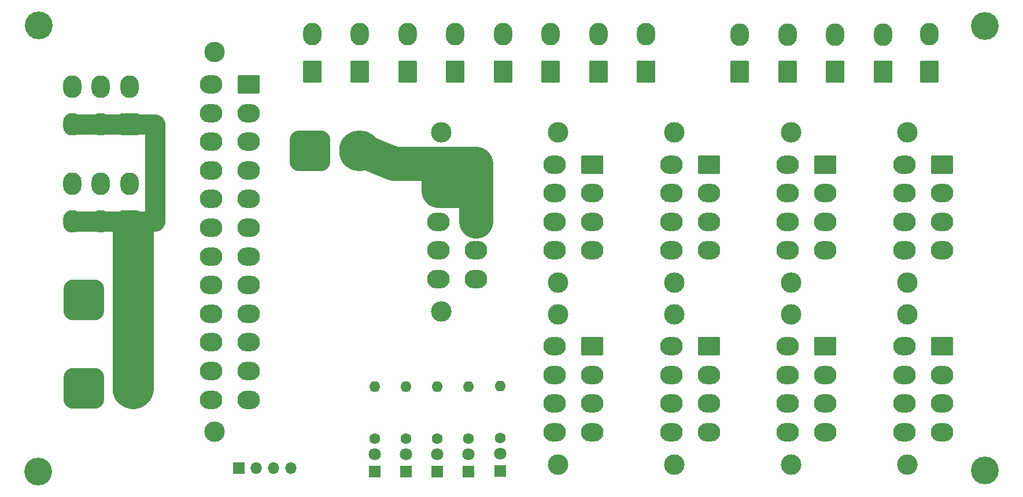
<source format=gbr>
%TF.GenerationSoftware,KiCad,Pcbnew,(6.0.9)*%
%TF.CreationDate,2023-01-09T20:02:48-09:00*%
%TF.ProjectId,ATX_PSU_Board,4154585f-5053-4555-9f42-6f6172642e6b,rev?*%
%TF.SameCoordinates,Original*%
%TF.FileFunction,Soldermask,Bot*%
%TF.FilePolarity,Negative*%
%FSLAX46Y46*%
G04 Gerber Fmt 4.6, Leading zero omitted, Abs format (unit mm)*
G04 Created by KiCad (PCBNEW (6.0.9)) date 2023-01-09 20:02:48*
%MOMM*%
%LPD*%
G01*
G04 APERTURE LIST*
G04 Aperture macros list*
%AMRoundRect*
0 Rectangle with rounded corners*
0 $1 Rounding radius*
0 $2 $3 $4 $5 $6 $7 $8 $9 X,Y pos of 4 corners*
0 Add a 4 corners polygon primitive as box body*
4,1,4,$2,$3,$4,$5,$6,$7,$8,$9,$2,$3,0*
0 Add four circle primitives for the rounded corners*
1,1,$1+$1,$2,$3*
1,1,$1+$1,$4,$5*
1,1,$1+$1,$6,$7*
1,1,$1+$1,$8,$9*
0 Add four rect primitives between the rounded corners*
20,1,$1+$1,$2,$3,$4,$5,0*
20,1,$1+$1,$4,$5,$6,$7,0*
20,1,$1+$1,$6,$7,$8,$9,0*
20,1,$1+$1,$8,$9,$2,$3,0*%
G04 Aperture macros list end*
%ADD10C,5.000000*%
%ADD11C,3.000000*%
%ADD12C,6.000000*%
%ADD13RoundRect,0.250001X1.099999X1.399999X-1.099999X1.399999X-1.099999X-1.399999X1.099999X-1.399999X0*%
%ADD14O,2.700000X3.300000*%
%ADD15C,3.000000*%
%ADD16RoundRect,0.250001X-1.399999X1.099999X-1.399999X-1.099999X1.399999X-1.099999X1.399999X1.099999X0*%
%ADD17O,3.300000X2.700000*%
%ADD18C,4.064000*%
%ADD19RoundRect,1.500000X-1.500000X-1.500000X1.500000X-1.500000X1.500000X1.500000X-1.500000X1.500000X0*%
%ADD20C,6.000000*%
%ADD21C,1.600000*%
%ADD22O,1.600000X1.600000*%
%ADD23R,1.800000X1.800000*%
%ADD24C,1.800000*%
%ADD25R,1.700000X1.700000*%
%ADD26O,1.700000X1.700000*%
G04 APERTURE END LIST*
D10*
X97000000Y-80500000D02*
X97000000Y-76500000D01*
D11*
X55500000Y-70750000D02*
X55500000Y-85000000D01*
D12*
X52250000Y-96500000D02*
X52250000Y-86500000D01*
D10*
X85500000Y-74500000D02*
X90500000Y-76500000D01*
D11*
X43500000Y-70750000D02*
X55500000Y-70750000D01*
D10*
X102500000Y-80500000D02*
X102500000Y-85000000D01*
X97000000Y-76500000D02*
X102500000Y-76500000D01*
D11*
X43500000Y-85000000D02*
X55500000Y-85000000D01*
D10*
X90500000Y-76500000D02*
X97000000Y-76500000D01*
D12*
X52250000Y-96500000D02*
X52250000Y-109500000D01*
D10*
X102500000Y-80500000D02*
X97000000Y-80500000D01*
X102500000Y-76500000D02*
X102500000Y-80500000D01*
D13*
%TO.C,J12*%
X78519800Y-63093600D03*
D14*
X78519800Y-57593600D03*
%TD*%
D15*
%TO.C,J2*%
X64208800Y-115822400D03*
X64208800Y-60222400D03*
D16*
X69248800Y-64922400D03*
D17*
X69248800Y-69122400D03*
X69248800Y-73322400D03*
X69248800Y-77522400D03*
X69248800Y-81722400D03*
X69248800Y-85922400D03*
X69248800Y-90122400D03*
X69248800Y-94322400D03*
X69248800Y-98522400D03*
X69248800Y-102722400D03*
X69248800Y-106922400D03*
X69248800Y-111122400D03*
X63748800Y-64922400D03*
X63748800Y-69122400D03*
X63748800Y-73322400D03*
X63748800Y-77522400D03*
X63748800Y-81722400D03*
X63748800Y-85922400D03*
X63748800Y-90122400D03*
X63748800Y-94322400D03*
X63748800Y-98522400D03*
X63748800Y-102722400D03*
X63748800Y-106922400D03*
X63748800Y-111122400D03*
%TD*%
D15*
%TO.C,J6*%
X148603700Y-71964600D03*
X148603700Y-93964600D03*
D16*
X153643700Y-76664600D03*
D17*
X153643700Y-80864600D03*
X153643700Y-85064600D03*
X153643700Y-89264600D03*
X148143700Y-76664600D03*
X148143700Y-80864600D03*
X148143700Y-85064600D03*
X148143700Y-89264600D03*
%TD*%
D18*
%TO.C,H2*%
X177000000Y-121500000D03*
%TD*%
%TO.C,H1*%
X38506400Y-56286400D03*
%TD*%
%TO.C,H3*%
X38404800Y-121615200D03*
%TD*%
D15*
%TO.C,J7*%
X165656400Y-93964600D03*
X165656400Y-71964600D03*
D16*
X170696400Y-76664600D03*
D17*
X170696400Y-80864600D03*
X170696400Y-85064600D03*
X170696400Y-89264600D03*
X165196400Y-76664600D03*
X165196400Y-80864600D03*
X165196400Y-85064600D03*
X165196400Y-89264600D03*
%TD*%
D15*
%TO.C,J10*%
X148603700Y-98601800D03*
X148603700Y-120601800D03*
D16*
X153643700Y-103301800D03*
D17*
X153643700Y-107501800D03*
X153643700Y-111701800D03*
X153643700Y-115901800D03*
X148143700Y-103301800D03*
X148143700Y-107501800D03*
X148143700Y-111701800D03*
X148143700Y-115901800D03*
%TD*%
D15*
%TO.C,J8*%
X114498300Y-98601800D03*
X114498300Y-120601800D03*
D16*
X119538300Y-103301800D03*
D17*
X119538300Y-107501800D03*
X119538300Y-111701800D03*
X119538300Y-115901800D03*
X114038300Y-103301800D03*
X114038300Y-107501800D03*
X114038300Y-111701800D03*
X114038300Y-115901800D03*
%TD*%
D15*
%TO.C,J5*%
X131551000Y-93964600D03*
X131551000Y-71964600D03*
D16*
X136591000Y-76664600D03*
D17*
X136591000Y-80864600D03*
X136591000Y-85064600D03*
X136591000Y-89264600D03*
X131091000Y-76664600D03*
X131091000Y-80864600D03*
X131091000Y-85064600D03*
X131091000Y-89264600D03*
%TD*%
D15*
%TO.C,J9*%
X131551000Y-98601800D03*
X131551000Y-120601800D03*
D16*
X136591000Y-103301800D03*
D17*
X136591000Y-107501800D03*
X136591000Y-111701800D03*
X136591000Y-115901800D03*
X131091000Y-103301800D03*
X131091000Y-107501800D03*
X131091000Y-111701800D03*
X131091000Y-115901800D03*
%TD*%
D18*
%TO.C,H4*%
X177000000Y-56337200D03*
%TD*%
D19*
%TO.C,J28*%
X78228400Y-74676800D03*
D20*
X85428400Y-74676800D03*
%TD*%
D13*
%TO.C,J13*%
X85504800Y-63093600D03*
D14*
X85504800Y-57593600D03*
%TD*%
D13*
%TO.C,J14*%
X92489800Y-63093600D03*
D14*
X92489800Y-57593600D03*
%TD*%
D13*
%TO.C,J15*%
X99474800Y-63093600D03*
D14*
X99474800Y-57593600D03*
%TD*%
D13*
%TO.C,J16*%
X106459800Y-63093600D03*
D14*
X106459800Y-57593600D03*
%TD*%
D13*
%TO.C,J17*%
X113444800Y-63093600D03*
D14*
X113444800Y-57593600D03*
%TD*%
D13*
%TO.C,J18*%
X120429800Y-63093600D03*
D14*
X120429800Y-57593600D03*
%TD*%
D13*
%TO.C,J19*%
X127414800Y-63093600D03*
D14*
X127414800Y-57593600D03*
%TD*%
D13*
%TO.C,J21*%
X162093058Y-63107200D03*
D14*
X162093058Y-57607200D03*
%TD*%
D13*
%TO.C,J22*%
X155089916Y-63107200D03*
D14*
X155089916Y-57607200D03*
%TD*%
D13*
%TO.C,J23*%
X148086774Y-63107200D03*
D14*
X148086774Y-57607200D03*
%TD*%
D13*
%TO.C,J24*%
X141083632Y-63107200D03*
D14*
X141083632Y-57607200D03*
%TD*%
D15*
%TO.C,J4*%
X114498300Y-71964600D03*
X114498300Y-93964600D03*
D16*
X119538300Y-76664600D03*
D17*
X119538300Y-80864600D03*
X119538300Y-85064600D03*
X119538300Y-89264600D03*
X114038300Y-76664600D03*
X114038300Y-80864600D03*
X114038300Y-85064600D03*
X114038300Y-89264600D03*
%TD*%
D15*
%TO.C,J11*%
X165656400Y-120601800D03*
X165656400Y-98601800D03*
D16*
X170696400Y-103301800D03*
D17*
X170696400Y-107501800D03*
X170696400Y-111701800D03*
X170696400Y-115901800D03*
X165196400Y-103301800D03*
X165196400Y-107501800D03*
X165196400Y-111701800D03*
X165196400Y-115901800D03*
%TD*%
D13*
%TO.C,J20*%
X168867600Y-63093600D03*
D14*
X168867600Y-57593600D03*
%TD*%
D19*
%TO.C,J29*%
X45055200Y-96526400D03*
D20*
X52255200Y-96526400D03*
%TD*%
D19*
%TO.C,J30*%
X45055200Y-109426800D03*
D20*
X52255200Y-109426800D03*
%TD*%
D13*
%TO.C,J25*%
X51750000Y-85000000D03*
D14*
X47550000Y-85000000D03*
X43350000Y-85000000D03*
X51750000Y-79500000D03*
X47550000Y-79500000D03*
X43350000Y-79500000D03*
%TD*%
D13*
%TO.C,J26*%
X51750000Y-70750000D03*
D14*
X47550000Y-70750000D03*
X43350000Y-70750000D03*
X51750000Y-65250000D03*
X47550000Y-65250000D03*
X43350000Y-65250000D03*
%TD*%
D15*
%TO.C,J3*%
X97445600Y-98164600D03*
X97445600Y-71964600D03*
D16*
X102485600Y-76664600D03*
D17*
X102485600Y-80864600D03*
X102485600Y-85064600D03*
X102485600Y-89264600D03*
X102485600Y-93464600D03*
X96985600Y-76664600D03*
X96985600Y-80864600D03*
X96985600Y-85064600D03*
X96985600Y-89264600D03*
X96985600Y-93464600D03*
%TD*%
D21*
%TO.C,R1*%
X87694000Y-116810100D03*
D22*
X87694000Y-109190100D03*
%TD*%
D21*
%TO.C,R4*%
X101410000Y-116810100D03*
D22*
X101410000Y-109190100D03*
%TD*%
D21*
%TO.C,R5*%
X106020000Y-116747600D03*
D22*
X106020000Y-109127600D03*
%TD*%
D21*
%TO.C,R3*%
X96838000Y-116810100D03*
D22*
X96838000Y-109190100D03*
%TD*%
D21*
%TO.C,R2*%
X92266000Y-116810100D03*
D22*
X92266000Y-109190100D03*
%TD*%
D23*
%TO.C,D5*%
X106010000Y-121597600D03*
D24*
X106010000Y-119057600D03*
%TD*%
D23*
%TO.C,D2*%
X92266000Y-121645600D03*
D24*
X92266000Y-119105600D03*
%TD*%
D23*
%TO.C,D1*%
X87694000Y-121645600D03*
D24*
X87694000Y-119105600D03*
%TD*%
D23*
%TO.C,D3*%
X96838000Y-121645600D03*
D24*
X96838000Y-119105600D03*
%TD*%
D23*
%TO.C,D4*%
X101410000Y-121645600D03*
D24*
X101410000Y-119105600D03*
%TD*%
D25*
%TO.C,J1*%
X67801000Y-121158000D03*
D26*
X70341000Y-121158000D03*
X72881000Y-121158000D03*
X75421000Y-121158000D03*
%TD*%
M02*

</source>
